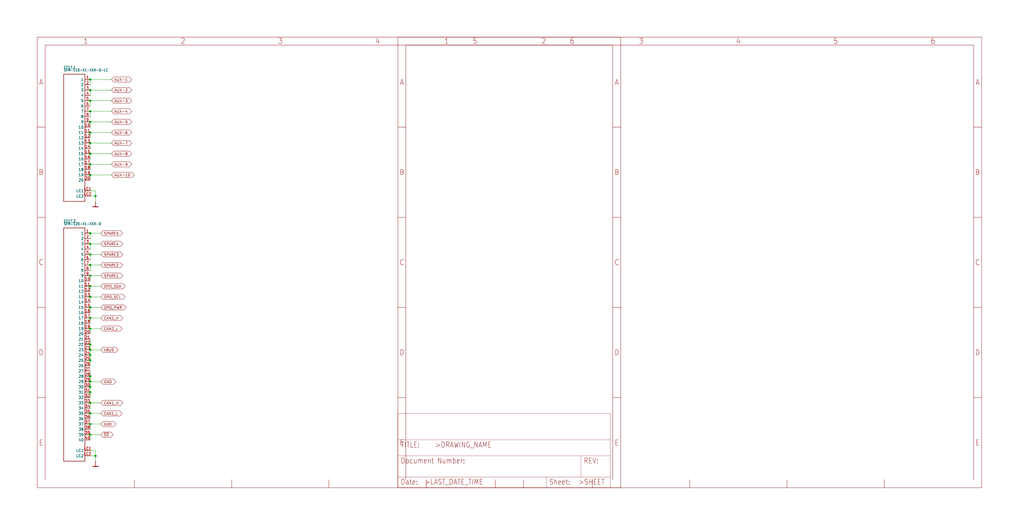
<source format=kicad_sch>
(kicad_sch (version 20211123) (generator eeschema)
  (paper "User" 490.22 254.406)
  (lib_symbols
    (symbol "oresat-backplane-2u-eagle-import:FRAME_A_L"
      (symbol "FRAME_A_L_0_0"
        (polyline (pts (xy 0 43.18) (xy 3.81 43.18)))
        (polyline (pts (xy 0 86.36) (xy 3.81 86.36)))
        (polyline (pts (xy 0 129.54) (xy 3.81 129.54)))
        (polyline (pts (xy 0 172.72) (xy 3.81 172.72)))
        (polyline (pts (xy 3.81 3.81) (xy 3.81 212.09)))
        (polyline (pts (xy 46.5667 0) (xy 46.5667 3.81)))
        (polyline (pts (xy 93.1333 0) (xy 93.1333 3.81)))
        (polyline (pts (xy 139.7 0) (xy 139.7 3.81)))
        (polyline (pts (xy 186.2667 0) (xy 186.2667 3.81)))
        (polyline (pts (xy 232.8333 0) (xy 232.8333 3.81)))
        (polyline (pts (xy 275.59 3.81) (xy 275.59 212.09)))
        (polyline (pts (xy 275.59 43.18) (xy 279.4 43.18)))
        (polyline (pts (xy 275.59 86.36) (xy 279.4 86.36)))
        (polyline (pts (xy 275.59 129.54) (xy 279.4 129.54)))
        (polyline (pts (xy 275.59 172.72) (xy 279.4 172.72)))
        (polyline (pts (xy 275.59 212.09) (xy 3.81 212.09)))
        (polyline (pts (xy 0 0) (xy 279.4 0) (xy 279.4 215.9) (xy 0 215.9) (xy 0 0)))
        (text "1" (at 23.2833 213.995 0) (effects (font (size 2.54 2.286))))
        (text "2" (at 69.85 213.995 0) (effects (font (size 2.54 2.286))))
        (text "3" (at 116.4167 213.995 0) (effects (font (size 2.54 2.286))))
        (text "4" (at 162.9833 213.995 0) (effects (font (size 2.54 2.286))))
        (text "5" (at 209.55 213.995 0) (effects (font (size 2.54 2.286))))
        (text "6" (at 256.1167 213.995 0) (effects (font (size 2.54 2.286))))
        (text "A" (at 1.905 194.31 0) (effects (font (size 2.54 2.286))))
        (text "A" (at 277.495 194.31 0) (effects (font (size 2.54 2.286))))
        (text "B" (at 1.905 151.13 0) (effects (font (size 2.54 2.286))))
        (text "B" (at 277.495 151.13 0) (effects (font (size 2.54 2.286))))
        (text "C" (at 1.905 107.95 0) (effects (font (size 2.54 2.286))))
        (text "C" (at 277.495 107.95 0) (effects (font (size 2.54 2.286))))
        (text "D" (at 1.905 64.77 0) (effects (font (size 2.54 2.286))))
        (text "D" (at 277.495 64.77 0) (effects (font (size 2.54 2.286))))
        (text "E" (at 1.905 21.59 0) (effects (font (size 2.54 2.286))))
        (text "E" (at 277.495 21.59 0) (effects (font (size 2.54 2.286))))
      )
      (symbol "FRAME_A_L_2_0"
        (polyline (pts (xy 0 0) (xy 0 5.08)) (stroke (width 0.1016)))
        (polyline (pts (xy 0 0) (xy 71.12 0)) (stroke (width 0.1016)))
        (polyline (pts (xy 0 5.08) (xy 0 15.24)) (stroke (width 0.1016)))
        (polyline (pts (xy 0 5.08) (xy 71.12 5.08)) (stroke (width 0.1016)))
        (polyline (pts (xy 0 15.24) (xy 0 22.86)) (stroke (width 0.1016)))
        (polyline (pts (xy 0 22.86) (xy 0 35.56)) (stroke (width 0.1016)))
        (polyline (pts (xy 0 22.86) (xy 101.6 22.86)) (stroke (width 0.1016)))
        (polyline (pts (xy 71.12 0) (xy 101.6 0)) (stroke (width 0.1016)))
        (polyline (pts (xy 71.12 5.08) (xy 71.12 0)) (stroke (width 0.1016)))
        (polyline (pts (xy 71.12 5.08) (xy 87.63 5.08)) (stroke (width 0.1016)))
        (polyline (pts (xy 87.63 5.08) (xy 101.6 5.08)) (stroke (width 0.1016)))
        (polyline (pts (xy 87.63 15.24) (xy 0 15.24)) (stroke (width 0.1016)))
        (polyline (pts (xy 87.63 15.24) (xy 87.63 5.08)) (stroke (width 0.1016)))
        (polyline (pts (xy 101.6 5.08) (xy 101.6 0)) (stroke (width 0.1016)))
        (polyline (pts (xy 101.6 15.24) (xy 87.63 15.24)) (stroke (width 0.1016)))
        (polyline (pts (xy 101.6 15.24) (xy 101.6 5.08)) (stroke (width 0.1016)))
        (polyline (pts (xy 101.6 22.86) (xy 101.6 15.24)) (stroke (width 0.1016)))
        (polyline (pts (xy 101.6 35.56) (xy 0 35.56)) (stroke (width 0.1016)))
        (polyline (pts (xy 101.6 35.56) (xy 101.6 22.86)) (stroke (width 0.1016)))
        (text ">DRAWING_NAME" (at 17.78 19.05 0) (effects (font (size 2.54 2.159)) (justify left bottom)))
        (text ">LAST_DATE_TIME" (at 12.7 1.27 0) (effects (font (size 2.54 2.159)) (justify left bottom)))
        (text ">SHEET" (at 86.36 1.27 0) (effects (font (size 2.54 2.159)) (justify left bottom)))
        (text "Date:" (at 1.27 1.27 0) (effects (font (size 2.54 2.159)) (justify left bottom)))
        (text "Document Number:" (at 1.27 11.43 0) (effects (font (size 2.54 2.159)) (justify left bottom)))
        (text "REV:" (at 88.9 11.43 0) (effects (font (size 2.54 2.159)) (justify left bottom)))
        (text "Sheet:" (at 72.39 1.27 0) (effects (font (size 2.54 2.159)) (justify left bottom)))
        (text "TITLE:" (at 1.27 19.05 0) (effects (font (size 2.54 2.159)) (justify left bottom)))
      )
    )
    (symbol "oresat-backplane-2u-eagle-import:GND" (power)
      (symbol "GND_1_0"
        (polyline (pts (xy -1.27 -2.54) (xy 1.27 -2.54)) (stroke (width 0.4064)))
        (pin power_in line (at 0 0 270) (length 2.54) (name "GND") (number "1"))
      )
    )
    (symbol "oresat-backplane-2u-eagle-import:SFM-110-X1-XXX-D-LC"
      (property "Reference" "CF" (at -2.54 33.02 0))
      (property "Value" "SFM-110-X1-XXX-D-LC" (at -2.54 31.75 0))
      (symbol "SFM-110-X1-XXX-D-LC_1_0"
        (polyline (pts (xy -2.54 -30.48) (xy -2.54 30.48)) (stroke (width 0.254)))
        (polyline (pts (xy -2.54 30.48) (xy 7.62 30.48)) (stroke (width 0.254)))
        (polyline (pts (xy 7.62 -30.48) (xy -2.54 -30.48)) (stroke (width 0.254)))
        (polyline (pts (xy 7.62 30.48) (xy 7.62 -30.48)) (stroke (width 0.254)))
        (pin passive line (at 10.16 27.94 180) (length 2.54) (name "1") (number "1"))
        (pin passive line (at 10.16 5.08 180) (length 2.54) (name "10") (number "10"))
        (pin passive line (at 10.16 2.54 180) (length 2.54) (name "11") (number "11"))
        (pin passive line (at 10.16 0 180) (length 2.54) (name "12") (number "12"))
        (pin passive line (at 10.16 -2.54 180) (length 2.54) (name "13") (number "13"))
        (pin passive line (at 10.16 -5.08 180) (length 2.54) (name "14") (number "14"))
        (pin passive line (at 10.16 -7.62 180) (length 2.54) (name "15") (number "15"))
        (pin passive line (at 10.16 -10.16 180) (length 2.54) (name "16") (number "16"))
        (pin passive line (at 10.16 -12.7 180) (length 2.54) (name "17") (number "17"))
        (pin passive line (at 10.16 -15.24 180) (length 2.54) (name "18") (number "18"))
        (pin passive line (at 10.16 -17.78 180) (length 2.54) (name "19") (number "19"))
        (pin passive line (at 10.16 25.4 180) (length 2.54) (name "2") (number "2"))
        (pin passive line (at 10.16 -20.32 180) (length 2.54) (name "20") (number "20"))
        (pin passive line (at 10.16 22.86 180) (length 2.54) (name "3") (number "3"))
        (pin passive line (at 10.16 20.32 180) (length 2.54) (name "4") (number "4"))
        (pin passive line (at 10.16 17.78 180) (length 2.54) (name "5") (number "5"))
        (pin passive line (at 10.16 15.24 180) (length 2.54) (name "6") (number "6"))
        (pin passive line (at 10.16 12.7 180) (length 2.54) (name "7") (number "7"))
        (pin passive line (at 10.16 10.16 180) (length 2.54) (name "8") (number "8"))
        (pin passive line (at 10.16 7.62 180) (length 2.54) (name "9") (number "9"))
        (pin passive line (at 10.16 -25.4 180) (length 2.54) (name "LC1") (number "LC1"))
        (pin passive line (at 10.16 -27.94 180) (length 2.54) (name "LC2") (number "LC2"))
      )
    )
    (symbol "oresat-backplane-2u-eagle-import:SFM-120-X1-XXX-D"
      (property "Reference" "J" (at -2.54 50.8 0))
      (property "Value" "SFM-120-X1-XXX-D" (at -2.54 49.53 0))
      (symbol "SFM-120-X1-XXX-D_1_0"
        (polyline (pts (xy -2.54 -63.5) (xy -2.54 48.26)) (stroke (width 0.254)))
        (polyline (pts (xy -2.54 48.26) (xy 7.62 48.26)) (stroke (width 0.254)))
        (polyline (pts (xy 7.62 -63.5) (xy -2.54 -63.5)) (stroke (width 0.254)))
        (polyline (pts (xy 7.62 48.26) (xy 7.62 -63.5)) (stroke (width 0.254)))
        (pin passive line (at 10.16 45.72 180) (length 2.54) (name "1") (number "1"))
        (pin passive line (at 10.16 22.86 180) (length 2.54) (name "10") (number "10"))
        (pin passive line (at 10.16 20.32 180) (length 2.54) (name "11") (number "11"))
        (pin passive line (at 10.16 17.78 180) (length 2.54) (name "12") (number "12"))
        (pin passive line (at 10.16 15.24 180) (length 2.54) (name "13") (number "13"))
        (pin passive line (at 10.16 12.7 180) (length 2.54) (name "14") (number "14"))
        (pin passive line (at 10.16 10.16 180) (length 2.54) (name "15") (number "15"))
        (pin passive line (at 10.16 7.62 180) (length 2.54) (name "16") (number "16"))
        (pin passive line (at 10.16 5.08 180) (length 2.54) (name "17") (number "17"))
        (pin passive line (at 10.16 2.54 180) (length 2.54) (name "18") (number "18"))
        (pin passive line (at 10.16 0 180) (length 2.54) (name "19") (number "19"))
        (pin passive line (at 10.16 43.18 180) (length 2.54) (name "2") (number "2"))
        (pin passive line (at 10.16 -2.54 180) (length 2.54) (name "20") (number "20"))
        (pin passive line (at 10.16 -5.08 180) (length 2.54) (name "21") (number "21"))
        (pin passive line (at 10.16 -7.62 180) (length 2.54) (name "22") (number "22"))
        (pin passive line (at 10.16 -10.16 180) (length 2.54) (name "23") (number "23"))
        (pin passive line (at 10.16 -12.7 180) (length 2.54) (name "24") (number "24"))
        (pin passive line (at 10.16 -15.24 180) (length 2.54) (name "25") (number "25"))
        (pin passive line (at 10.16 -17.78 180) (length 2.54) (name "26") (number "26"))
        (pin passive line (at 10.16 -20.32 180) (length 2.54) (name "27") (number "27"))
        (pin passive line (at 10.16 -22.86 180) (length 2.54) (name "28") (number "28"))
        (pin passive line (at 10.16 -25.4 180) (length 2.54) (name "29") (number "29"))
        (pin passive line (at 10.16 40.64 180) (length 2.54) (name "3") (number "3"))
        (pin passive line (at 10.16 -27.94 180) (length 2.54) (name "30") (number "30"))
        (pin passive line (at 10.16 -30.48 180) (length 2.54) (name "31") (number "31"))
        (pin passive line (at 10.16 -33.02 180) (length 2.54) (name "32") (number "32"))
        (pin passive line (at 10.16 -35.56 180) (length 2.54) (name "33") (number "33"))
        (pin passive line (at 10.16 -38.1 180) (length 2.54) (name "34") (number "34"))
        (pin passive line (at 10.16 -40.64 180) (length 2.54) (name "35") (number "35"))
        (pin passive line (at 10.16 -43.18 180) (length 2.54) (name "36") (number "36"))
        (pin passive line (at 10.16 -45.72 180) (length 2.54) (name "37") (number "37"))
        (pin passive line (at 10.16 -48.26 180) (length 2.54) (name "38") (number "38"))
        (pin passive line (at 10.16 -50.8 180) (length 2.54) (name "39") (number "39"))
        (pin passive line (at 10.16 38.1 180) (length 2.54) (name "4") (number "4"))
        (pin passive line (at 10.16 -53.34 180) (length 2.54) (name "40") (number "40"))
        (pin passive line (at 10.16 35.56 180) (length 2.54) (name "5") (number "5"))
        (pin passive line (at 10.16 33.02 180) (length 2.54) (name "6") (number "6"))
        (pin passive line (at 10.16 30.48 180) (length 2.54) (name "7") (number "7"))
        (pin passive line (at 10.16 27.94 180) (length 2.54) (name "8") (number "8"))
        (pin passive line (at 10.16 25.4 180) (length 2.54) (name "9") (number "9"))
        (pin passive line (at 10.16 -58.42 180) (length 2.54) (name "LC1") (number "LC1"))
        (pin passive line (at 10.16 -60.96 180) (length 2.54) (name "LC2") (number "LC2"))
      )
    )
  )
  (junction (at 43.18 111.76))
  (junction (at 43.18 167.64))
  (junction (at 43.18 43.18))
  (junction (at 43.18 157.48))
  (junction (at 43.18 193.04))
  (junction (at 43.18 38.1))
  (junction (at 43.18 53.34))
  (junction (at 43.18 152.4))
  (junction (at 43.18 78.74))
  (junction (at 45.72 93.98))
  (junction (at 43.18 208.28))
  (junction (at 43.18 170.18))
  (junction (at 43.18 48.26))
  (junction (at 43.18 58.42))
  (junction (at 43.18 203.2))
  (junction (at 45.72 218.44))
  (junction (at 43.18 73.66))
  (junction (at 43.18 137.16))
  (junction (at 43.18 127))
  (junction (at 43.18 182.88))
  (junction (at 43.18 63.5))
  (junction (at 43.18 185.42))
  (junction (at 43.18 198.12))
  (junction (at 43.18 142.24))
  (junction (at 43.18 116.84))
  (junction (at 43.18 83.82))
  (junction (at 43.18 147.32))
  (junction (at 43.18 121.92))
  (junction (at 43.18 68.58))
  (junction (at 43.18 187.96))
  (junction (at 43.18 172.72))
  (junction (at 43.18 180.34))
  (junction (at 43.18 165.1))
  (junction (at 43.18 132.08))
  (wire (pts (xy 43.18 43.18) (xy 43.18 45.72)))
  (wire (pts (xy 43.18 147.32) (xy 43.18 149.86)))
  (wire (pts (xy 48.26 142.24) (xy 43.18 142.24)))
  (wire (pts (xy 48.26 137.16) (xy 43.18 137.16)))
  (wire (pts (xy 43.18 185.42) (xy 43.18 187.96)))
  (wire (pts (xy 43.18 68.58) (xy 53.34 68.58)))
  (wire (pts (xy 48.26 203.2) (xy 43.18 203.2)))
  (wire (pts (xy 45.72 91.44) (xy 43.18 91.44)))
  (wire (pts (xy 43.18 157.48) (xy 43.18 160.02)))
  (wire (pts (xy 45.72 215.9) (xy 45.72 218.44)))
  (wire (pts (xy 45.72 96.52) (xy 45.72 93.98)))
  (wire (pts (xy 43.18 78.74) (xy 53.34 78.74)))
  (wire (pts (xy 45.72 93.98) (xy 45.72 91.44)))
  (wire (pts (xy 43.18 172.72) (xy 43.18 175.26)))
  (wire (pts (xy 43.18 48.26) (xy 43.18 50.8)))
  (wire (pts (xy 43.18 132.08) (xy 43.18 134.62)))
  (wire (pts (xy 48.26 182.88) (xy 43.18 182.88)))
  (wire (pts (xy 43.18 48.26) (xy 53.34 48.26)))
  (wire (pts (xy 43.18 78.74) (xy 43.18 81.28)))
  (wire (pts (xy 43.18 137.16) (xy 43.18 139.7)))
  (wire (pts (xy 43.18 38.1) (xy 43.18 40.64)))
  (wire (pts (xy 48.26 167.64) (xy 43.18 167.64)))
  (wire (pts (xy 43.18 180.34) (xy 43.18 177.8)))
  (wire (pts (xy 43.18 73.66) (xy 53.34 73.66)))
  (wire (pts (xy 43.18 152.4) (xy 43.18 154.94)))
  (wire (pts (xy 48.26 157.48) (xy 43.18 157.48)))
  (wire (pts (xy 43.18 208.28) (xy 43.18 210.82)))
  (wire (pts (xy 45.72 218.44) (xy 45.72 220.98)))
  (wire (pts (xy 43.18 127) (xy 43.18 129.54)))
  (wire (pts (xy 43.18 187.96) (xy 43.18 190.5)))
  (wire (pts (xy 43.18 63.5) (xy 43.18 66.04)))
  (wire (pts (xy 43.18 83.82) (xy 43.18 86.36)))
  (wire (pts (xy 43.18 116.84) (xy 43.18 119.38)))
  (wire (pts (xy 43.18 172.72) (xy 43.18 170.18)))
  (wire (pts (xy 43.18 68.58) (xy 43.18 71.12)))
  (wire (pts (xy 48.26 193.04) (xy 43.18 193.04)))
  (wire (pts (xy 43.18 182.88) (xy 43.18 185.42)))
  (wire (pts (xy 43.18 43.18) (xy 53.34 43.18)))
  (wire (pts (xy 48.26 132.08) (xy 43.18 132.08)))
  (wire (pts (xy 43.18 58.42) (xy 53.34 58.42)))
  (wire (pts (xy 43.18 73.66) (xy 43.18 76.2)))
  (wire (pts (xy 43.18 63.5) (xy 53.34 63.5)))
  (wire (pts (xy 43.18 111.76) (xy 43.18 114.3)))
  (wire (pts (xy 43.18 165.1) (xy 43.18 162.56)))
  (wire (pts (xy 43.18 38.1) (xy 53.34 38.1)))
  (wire (pts (xy 43.18 142.24) (xy 43.18 144.78)))
  (wire (pts (xy 43.18 83.82) (xy 53.34 83.82)))
  (wire (pts (xy 43.18 198.12) (xy 43.18 200.66)))
  (wire (pts (xy 48.26 127) (xy 43.18 127)))
  (wire (pts (xy 43.18 167.64) (xy 43.18 165.1)))
  (wire (pts (xy 48.26 152.4) (xy 43.18 152.4)))
  (wire (pts (xy 48.26 147.32) (xy 43.18 147.32)))
  (wire (pts (xy 43.18 218.44) (xy 45.72 218.44)))
  (wire (pts (xy 48.26 208.28) (xy 43.18 208.28)))
  (wire (pts (xy 43.18 116.84) (xy 48.26 116.84)))
  (wire (pts (xy 43.18 121.92) (xy 43.18 124.46)))
  (wire (pts (xy 48.26 198.12) (xy 43.18 198.12)))
  (wire (pts (xy 43.18 121.92) (xy 48.26 121.92)))
  (wire (pts (xy 43.18 53.34) (xy 43.18 55.88)))
  (wire (pts (xy 43.18 182.88) (xy 43.18 180.34)))
  (wire (pts (xy 43.18 193.04) (xy 43.18 195.58)))
  (wire (pts (xy 43.18 215.9) (xy 45.72 215.9)))
  (wire (pts (xy 43.18 53.34) (xy 53.34 53.34)))
  (wire (pts (xy 43.18 203.2) (xy 43.18 205.74)))
  (wire (pts (xy 43.18 111.76) (xy 48.26 111.76)))
  (wire (pts (xy 43.18 170.18) (xy 43.18 167.64)))
  (wire (pts (xy 43.18 58.42) (xy 43.18 60.96)))
  (wire (pts (xy 45.72 93.98) (xy 43.18 93.98)))
  (global_label "CAN2_L" (shape bidirectional) (at 48.26 157.48 0) (effects (font (size 1.2446 1.2446))) (property "Intersheet References" "${INTERSHEET_REFS}" (effects hide)))
  (global_label "CAN1_L" (shape bidirectional) (at 48.26 198.12 0) (effects (font (size 1.2446 1.2446))) (property "Intersheet References" "${INTERSHEET_REFS}" (effects hide)))
  (global_label "AUX-4" (shape bidirectional) (at 53.34 53.34 0) (effects (font (size 1.2446 1.2446))) (property "Intersheet References" "${INTERSHEET_REFS}" (effects hide)))
  (global_label "SPARE5" (shape bidirectional) (at 48.26 111.76 0) (effects (font (size 1.2446 1.2446))) (property "Intersheet References" "${INTERSHEET_REFS}" (effects hide)))
  (global_label "CAN2_H" (shape bidirectional) (at 48.26 152.4 0) (effects (font (size 1.2446 1.2446))) (property "Intersheet References" "${INTERSHEET_REFS}" (effects hide)))
  (global_label "AUX-10" (shape bidirectional) (at 53.34 83.82 0) (effects (font (size 1.2446 1.2446))) (property "Intersheet References" "${INTERSHEET_REFS}" (effects hide)))
  (global_label "AUX-8" (shape bidirectional) (at 53.34 73.66 0) (effects (font (size 1.2446 1.2446))) (property "Intersheet References" "${INTERSHEET_REFS}" (effects hide)))
  (global_label "VBUS" (shape bidirectional) (at 48.26 167.64 0) (effects (font (size 1.2446 1.2446))) (property "Intersheet References" "${INTERSHEET_REFS}" (effects hide)))
  (global_label "CAN1_H" (shape bidirectional) (at 48.26 193.04 0) (effects (font (size 1.2446 1.2446))) (property "Intersheet References" "${INTERSHEET_REFS}" (effects hide)))
  (global_label "GND" (shape bidirectional) (at 48.26 203.2 0) (effects (font (size 1.2446 1.2446))) (property "Intersheet References" "${INTERSHEET_REFS}" (effects hide)))
  (global_label "SPARE1" (shape bidirectional) (at 48.26 132.08 0) (effects (font (size 1.2446 1.2446))) (property "Intersheet References" "${INTERSHEET_REFS}" (effects hide)))
  (global_label "OPD_SCL" (shape bidirectional) (at 48.26 142.24 0) (effects (font (size 1.2446 1.2446))) (property "Intersheet References" "${INTERSHEET_REFS}" (effects hide)))
  (global_label "~{SD}" (shape bidirectional) (at 48.26 208.28 0) (effects (font (size 1.2446 1.2446))) (property "Intersheet References" "${INTERSHEET_REFS}" (effects hide)))
  (global_label "SPARE3" (shape bidirectional) (at 48.26 121.92 0) (effects (font (size 1.2446 1.2446))) (property "Intersheet References" "${INTERSHEET_REFS}" (effects hide)))
  (global_label "AUX-5" (shape bidirectional) (at 53.34 58.42 0) (effects (font (size 1.2446 1.2446))) (property "Intersheet References" "${INTERSHEET_REFS}" (effects hide)))
  (global_label "AUX-2" (shape bidirectional) (at 53.34 43.18 0) (effects (font (size 1.2446 1.2446))) (property "Intersheet References" "${INTERSHEET_REFS}" (effects hide)))
  (global_label "OPD_SDA" (shape bidirectional) (at 48.26 137.16 0) (effects (font (size 1.2446 1.2446))) (property "Intersheet References" "${INTERSHEET_REFS}" (effects hide)))
  (global_label "AUX-9" (shape bidirectional) (at 53.34 78.74 0) (effects (font (size 1.2446 1.2446))) (property "Intersheet References" "${INTERSHEET_REFS}" (effects hide)))
  (global_label "AUX-3" (shape bidirectional) (at 53.34 48.26 0) (effects (font (size 1.2446 1.2446))) (property "Intersheet References" "${INTERSHEET_REFS}" (effects hide)))
  (global_label "SPARE4" (shape bidirectional) (at 48.26 116.84 0) (effects (font (size 1.2446 1.2446))) (property "Intersheet References" "${INTERSHEET_REFS}" (effects hide)))
  (global_label "AUX-1" (shape bidirectional) (at 53.34 38.1 0) (effects (font (size 1.2446 1.2446))) (property "Intersheet References" "${INTERSHEET_REFS}" (effects hide)))
  (global_label "GND" (shape bidirectional) (at 48.26 182.88 0) (effects (font (size 1.2446 1.2446))) (property "Intersheet References" "${INTERSHEET_REFS}" (effects hide)))
  (global_label "SPARE2" (shape bidirectional) (at 48.26 127 0) (effects (font (size 1.2446 1.2446))) (property "Intersheet References" "${INTERSHEET_REFS}" (effects hide)))
  (global_label "OPD_PWR" (shape bidirectional) (at 48.26 147.32 0) (effects (font (size 1.2446 1.2446))) (property "Intersheet References" "${INTERSHEET_REFS}" (effects hide)))
  (global_label "AUX-7" (shape bidirectional) (at 53.34 68.58 0) (effects (font (size 1.2446 1.2446))) (property "Intersheet References" "${INTERSHEET_REFS}" (effects hide)))
  (global_label "AUX-6" (shape bidirectional) (at 53.34 63.5 0) (effects (font (size 1.2446 1.2446))) (property "Intersheet References" "${INTERSHEET_REFS}" (effects hide)))
  (symbol (lib_id "oresat-backplane-2u-eagle-import:FRAME_A_L") (at 190.5 233.68 0) (unit 2)
    (property "Reference" "#FRAME4" (effects hide))
    (property "Value" "FRAME_A_L" (effects hide))
    (property "Footprint" "oresat-backplane-2u:" (effects hide))
  )
  (symbol (lib_id "oresat-backplane-2u-eagle-import:SFM-120-X1-XXX-D") (at 33.02 157.48 0) (unit 1)
    (property "Reference" "CF17.2" (at 30.48 106.68 0) (effects (font (size 1.27 1.0795)) (justify left bottom)))
    (property "Value" "SFM-120-X1-XXX-D" (at 30.48 107.95 0) (effects (font (size 1.27 1.0795)) (justify left bottom)))
    (property "Footprint" "oresat-backplane-2u:SFM-120-X1-XXX-D" (effects hide))
  )
  (symbol (lib_id "oresat-backplane-2u-eagle-import:FRAME_A_L") (at 17.78 233.68 0) (unit 1)
    (property "Reference" "#FRAME4" (effects hide))
    (property "Value" "FRAME_A_L" (effects hide))
    (property "Footprint" "oresat-backplane-2u:" (effects hide))
  )
  (symbol (lib_id "oresat-backplane-2u-eagle-import:GND") (at 45.72 96.52 0) (unit 1)
    (property "Reference" "#GND023" (effects hide))
    (property "Value" "GND" (effects hide))
    (property "Footprint" "oresat-backplane-2u:" (effects hide))
  )
  (symbol (lib_id "oresat-backplane-2u-eagle-import:GND") (at 45.72 220.98 0) (unit 1)
    (property "Reference" "#GND019" (effects hide))
    (property "Value" "GND" (effects hide))
    (property "Footprint" "oresat-backplane-2u:" (effects hide))
  )
  (symbol (lib_id "oresat-backplane-2u-eagle-import:SFM-110-X1-XXX-D-LC") (at 33.02 66.04 0) (unit 1)
    (property "Reference" "CF17.1" (at 30.48 33.02 0) (effects (font (size 1.27 1.0795)) (justify left bottom)))
    (property "Value" "SFM-110-X1-XXX-D-LC" (at 30.48 34.29 0) (effects (font (size 1.27 1.0795)) (justify left bottom)))
    (property "Footprint" "oresat-backplane-2u:SFM-110-X1-XXX-D-LC" (effects hide))
  )
)
</source>
